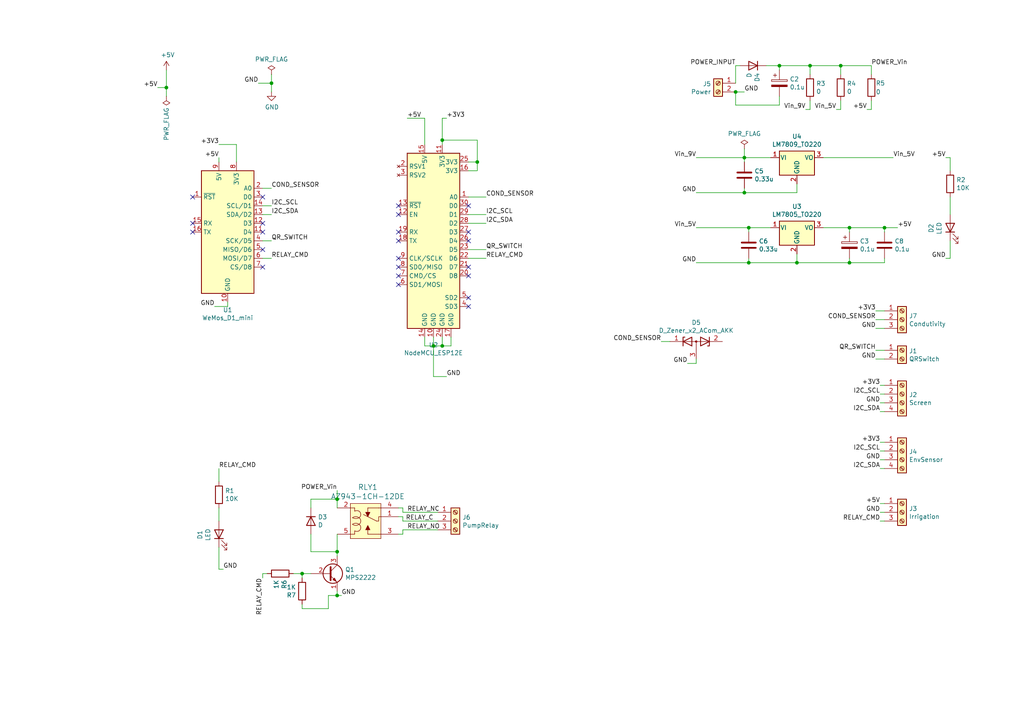
<source format=kicad_sch>
(kicad_sch (version 20211123) (generator eeschema)
  (paper "A4")
  (title_block (title "Hidroponic Controller") (date "2021-06-10") (rev "v0.3") (company "by Luis Pereira"))
  (lib_symbols
    (symbol "Connector:Screw_Terminal_01x02" (pin_names (offset 1.016) hide)
      (property "Reference" "J" (at 0 2.54 0))
      (property "Value" "Screw_Terminal_01x02" (at 0 -5.08 0))
      (symbol "Screw_Terminal_01x02_1_1"
        (rectangle (start -1.27 1.27) (end 1.27 -3.81) (stroke (width 0.254)) (fill (type background)))
        (circle (center 0 -2.54) (radius 0.635) (stroke (width 0.1524)))
        (polyline (pts (xy -0.5334 -2.2098) (xy 0.3302 -3.048)) (stroke (width 0.1524)))
        (polyline (pts (xy -0.5334 0.3302) (xy 0.3302 -0.508)) (stroke (width 0.1524)))
        (polyline (pts (xy -0.3556 -2.032) (xy 0.508 -2.8702)) (stroke (width 0.1524)))
        (polyline (pts (xy -0.3556 0.508) (xy 0.508 -0.3302)) (stroke (width 0.1524)))
        (circle (center 0 0) (radius 0.635) (stroke (width 0.1524)))
        (pin passive line (at -5.08 0 0) (length 3.81) (name "Pin_1") (number "1"))
        (pin passive line (at -5.08 -2.54 0) (length 3.81) (name "Pin_2") (number "2"))
      )
    )
    (symbol "Connector:Screw_Terminal_01x03" (pin_names (offset 1.016) hide)
      (property "Reference" "J" (at 0 5.08 0))
      (property "Value" "Screw_Terminal_01x03" (at 0 -5.08 0))
      (symbol "Screw_Terminal_01x03_1_1"
        (rectangle (start -1.27 3.81) (end 1.27 -3.81) (stroke (width 0.254)) (fill (type background)))
        (circle (center 0 -2.54) (radius 0.635) (stroke (width 0.1524)))
        (polyline (pts (xy -0.5334 -2.2098) (xy 0.3302 -3.048)) (stroke (width 0.1524)))
        (polyline (pts (xy -0.5334 0.3302) (xy 0.3302 -0.508)) (stroke (width 0.1524)))
        (polyline (pts (xy -0.5334 2.8702) (xy 0.3302 2.032)) (stroke (width 0.1524)))
        (polyline (pts (xy -0.3556 -2.032) (xy 0.508 -2.8702)) (stroke (width 0.1524)))
        (polyline (pts (xy -0.3556 0.508) (xy 0.508 -0.3302)) (stroke (width 0.1524)))
        (polyline (pts (xy -0.3556 3.048) (xy 0.508 2.2098)) (stroke (width 0.1524)))
        (circle (center 0 0) (radius 0.635) (stroke (width 0.1524)))
        (circle (center 0 2.54) (radius 0.635) (stroke (width 0.1524)))
        (pin passive line (at -5.08 2.54 0) (length 3.81) (name "Pin_1") (number "1"))
        (pin passive line (at -5.08 0 0) (length 3.81) (name "Pin_2") (number "2"))
        (pin passive line (at -5.08 -2.54 0) (length 3.81) (name "Pin_3") (number "3"))
      )
    )
    (symbol "Connector:Screw_Terminal_01x04" (pin_names (offset 1.016) hide)
      (property "Reference" "J" (at 0 5.08 0))
      (property "Value" "Screw_Terminal_01x04" (at 0 -7.62 0))
      (symbol "Screw_Terminal_01x04_1_1"
        (rectangle (start -1.27 3.81) (end 1.27 -6.35) (stroke (width 0.254)) (fill (type background)))
        (circle (center 0 -5.08) (radius 0.635) (stroke (width 0.1524)))
        (circle (center 0 -2.54) (radius 0.635) (stroke (width 0.1524)))
        (polyline (pts (xy -0.5334 -4.7498) (xy 0.3302 -5.588)) (stroke (width 0.1524)))
        (polyline (pts (xy -0.5334 -2.2098) (xy 0.3302 -3.048)) (stroke (width 0.1524)))
        (polyline (pts (xy -0.5334 0.3302) (xy 0.3302 -0.508)) (stroke (width 0.1524)))
        (polyline (pts (xy -0.5334 2.8702) (xy 0.3302 2.032)) (stroke (width 0.1524)))
        (polyline (pts (xy -0.3556 -4.572) (xy 0.508 -5.4102)) (stroke (width 0.1524)))
        (polyline (pts (xy -0.3556 -2.032) (xy 0.508 -2.8702)) (stroke (width 0.1524)))
        (polyline (pts (xy -0.3556 0.508) (xy 0.508 -0.3302)) (stroke (width 0.1524)))
        (polyline (pts (xy -0.3556 3.048) (xy 0.508 2.2098)) (stroke (width 0.1524)))
        (circle (center 0 0) (radius 0.635) (stroke (width 0.1524)))
        (circle (center 0 2.54) (radius 0.635) (stroke (width 0.1524)))
        (pin passive line (at -5.08 2.54 0) (length 3.81) (name "Pin_1") (number "1"))
        (pin passive line (at -5.08 0 0) (length 3.81) (name "Pin_2") (number "2"))
        (pin passive line (at -5.08 -2.54 0) (length 3.81) (name "Pin_3") (number "3"))
        (pin passive line (at -5.08 -5.08 0) (length 3.81) (name "Pin_4") (number "4"))
      )
    )
    (symbol "Device:C" (pin_numbers hide) (pin_names (offset 0.254))
      (property "Reference" "C" (at 0.635 2.54 0))
      (property "Value" "C" (at 0.635 -2.54 0))
      (symbol "C_0_1"
        (polyline (pts (xy -2.032 -0.762) (xy 2.032 -0.762)) (stroke (width 0.508)))
        (polyline (pts (xy -2.032 0.762) (xy 2.032 0.762)) (stroke (width 0.508)))
      )
      (symbol "C_1_1"
        (pin passive line (at 0 3.81 270) (length 2.794) (name "~") (number "1"))
        (pin passive line (at 0 -3.81 90) (length 2.794) (name "~") (number "2"))
      )
    )
    (symbol "Device:D" (pin_numbers hide) (pin_names (offset 1.016) hide)
      (property "Reference" "D" (at 0 2.54 0))
      (property "Value" "D" (at 0 -2.54 0))
      (symbol "D_0_1"
        (polyline (pts (xy -1.27 1.27) (xy -1.27 -1.27)) (stroke (width 0.254)))
        (polyline (pts (xy 1.27 0) (xy -1.27 0)))
        (polyline (pts (xy 1.27 1.27) (xy 1.27 -1.27) (xy -1.27 0) (xy 1.27 1.27)) (stroke (width 0.254)))
      )
      (symbol "D_1_1"
        (pin passive line (at -3.81 0 0) (length 2.54) (name "K") (number "1"))
        (pin passive line (at 3.81 0 180) (length 2.54) (name "A") (number "2"))
      )
    )
    (symbol "Device:LED" (pin_numbers hide) (pin_names (offset 1.016) hide)
      (property "Reference" "D" (at 0 2.54 0))
      (property "Value" "LED" (at 0 -2.54 0))
      (symbol "LED_0_1"
        (polyline (pts (xy -1.27 -1.27) (xy -1.27 1.27)) (stroke (width 0.254)))
        (polyline (pts (xy -1.27 0) (xy 1.27 0)))
        (polyline (pts (xy 1.27 -1.27) (xy 1.27 1.27) (xy -1.27 0) (xy 1.27 -1.27)) (stroke (width 0.254)))
        (polyline (pts (xy -3.048 -0.762) (xy -4.572 -2.286) (xy -3.81 -2.286) (xy -4.572 -2.286) (xy -4.572 -1.524)))
        (polyline (pts (xy -1.778 -0.762) (xy -3.302 -2.286) (xy -2.54 -2.286) (xy -3.302 -2.286) (xy -3.302 -1.524)))
      )
      (symbol "LED_1_1"
        (pin passive line (at -3.81 0 0) (length 2.54) (name "K") (number "1"))
        (pin passive line (at 3.81 0 180) (length 2.54) (name "A") (number "2"))
      )
    )
    (symbol "Device:Q_NPN_EBC" (pin_names (offset 0) hide)
      (property "Reference" "Q" (at 5.08 1.27 0))
      (property "Value" "Q_NPN_EBC" (at 5.08 -1.27 0))
      (symbol "Q_NPN_EBC_0_1"
        (polyline (pts (xy 0.635 0.635) (xy 2.54 2.54)))
        (polyline (pts (xy 0.635 -0.635) (xy 2.54 -2.54) (xy 2.54 -2.54)))
        (polyline (pts (xy 0.635 1.905) (xy 0.635 -1.905) (xy 0.635 -1.905)) (stroke (width 0.508)))
        (polyline (pts (xy 1.27 -1.778) (xy 1.778 -1.27) (xy 2.286 -2.286) (xy 1.27 -1.778) (xy 1.27 -1.778)) (fill (type outline)))
        (circle (center 1.27 0) (radius 2.8194) (stroke (width 0.254)))
      )
      (symbol "Q_NPN_EBC_1_1"
        (pin passive line (at 2.54 -5.08 90) (length 2.54) (name "E") (number "1"))
        (pin passive line (at -5.08 0 0) (length 5.715) (name "B") (number "2"))
        (pin passive line (at 2.54 5.08 270) (length 2.54) (name "C") (number "3"))
      )
    )
    (symbol "Device:R" (pin_numbers hide) (pin_names (offset 0))
      (property "Reference" "R" (at 2.032 0 90))
      (property "Value" "R" (at 0 0 90))
      (symbol "R_0_1"
        (rectangle (start -1.016 -2.54) (end 1.016 2.54) (stroke (width 0.254)))
      )
      (symbol "R_1_1"
        (pin passive line (at 0 3.81 270) (length 1.27) (name "~") (number "1"))
        (pin passive line (at 0 -3.81 90) (length 1.27) (name "~") (number "2"))
      )
    )
    (symbol "LCP_MCU_Module:NodeMCU_ESP12E"
      (property "Reference" "U" (at -1.27 16.51 0))
      (property "Value" "NodeMCU_ESP12E" (at 6.35 -26.67 0))
      (symbol "NodeMCU_ESP12E_1_1"
        (rectangle (start -7.62 25.4) (end 7.62 -25.4) (stroke (width 0.254)) (fill (type background)))
        (pin input line (at 10.16 12.7 180) (length 2.54) (name "A0") (number "1"))
        (pin power_in line (at 0 -27.94 90) (length 2.54) (name "GND") (number "10"))
        (pin power_out line (at 2.54 27.94 270) (length 2.54) (name "3V3") (number "11"))
        (pin input line (at -10.16 7.62 0) (length 2.54) (name "EN") (number "12"))
        (pin input line (at -10.16 10.16 0) (length 2.54) (name "~{RST}") (number "13"))
        (pin power_out line (at -2.54 -27.94 90) (length 2.54) (name "GND") (number "14"))
        (pin power_in line (at -2.54 27.94 270) (length 2.54) (name "5V") (number "15"))
        (pin power_out line (at 10.16 20.32 180) (length 2.54) (name "3V3") (number "16"))
        (pin power_out line (at 5.08 -27.94 90) (length 2.54) (name "GND") (number "17"))
        (pin output line (at -10.16 0 0) (length 2.54) (name "TX") (number "18"))
        (pin input line (at -10.16 2.54 0) (length 2.54) (name "RX") (number "19"))
        (pin no_connect line (at -10.16 21.59 0) (length 2.54) (name "RSV1") (number "2"))
        (pin bidirectional line (at 10.16 -10.16 180) (length 2.54) (name "D8") (number "20"))
        (pin bidirectional line (at 10.16 -7.62 180) (length 2.54) (name "D7") (number "21"))
        (pin bidirectional line (at 10.16 -5.08 180) (length 2.54) (name "D6") (number "22"))
        (pin bidirectional line (at 10.16 -2.54 180) (length 2.54) (name "D5") (number "23"))
        (pin power_out line (at 2.54 -27.94 90) (length 2.54) (name "GND") (number "24"))
        (pin power_out line (at 10.16 22.86 180) (length 2.54) (name "3V3") (number "25"))
        (pin bidirectional line (at 10.16 0 180) (length 2.54) (name "D4") (number "26"))
        (pin bidirectional line (at 10.16 2.54 180) (length 2.54) (name "D3") (number "27"))
        (pin bidirectional line (at 10.16 5.08 180) (length 2.54) (name "D2") (number "28"))
        (pin bidirectional line (at 10.16 7.62 180) (length 2.54) (name "D1") (number "29"))
        (pin no_connect line (at -10.16 19.05 0) (length 2.54) (name "RSV2") (number "3"))
        (pin bidirectional line (at 10.16 10.16 180) (length 2.54) (name "D0") (number "30"))
        (pin bidirectional line (at 10.16 -19.05 180) (length 2.54) (name "SD3") (number "4"))
        (pin bidirectional line (at 10.16 -16.51 180) (length 2.54) (name "SD2") (number "5"))
        (pin bidirectional line (at -10.16 -12.7 0) (length 2.54) (name "SD1/MOSI") (number "6"))
        (pin bidirectional line (at -10.16 -10.16 0) (length 2.54) (name "CMD/CS") (number "7"))
        (pin bidirectional line (at -10.16 -7.62 0) (length 2.54) (name "SD0/MISO") (number "8"))
        (pin bidirectional line (at -10.16 -5.08 0) (length 2.54) (name "CLK/SCLK") (number "9"))
      )
    )
    (symbol "MCU_Module:WeMos_D1_mini"
      (property "Reference" "U" (at 3.81 19.05 0))
      (property "Value" "WeMos_D1_mini" (at 1.27 -19.05 0))
      (symbol "WeMos_D1_mini_1_1"
        (rectangle (start -7.62 17.78) (end 7.62 -17.78) (stroke (width 0.254)) (fill (type background)))
        (pin input line (at -10.16 10.16 0) (length 2.54) (name "~{RST}") (number "1"))
        (pin power_in line (at 0 -20.32 90) (length 2.54) (name "GND") (number "10"))
        (pin bidirectional line (at 10.16 0 180) (length 2.54) (name "D4") (number "11"))
        (pin bidirectional line (at 10.16 2.54 180) (length 2.54) (name "D3") (number "12"))
        (pin bidirectional line (at 10.16 5.08 180) (length 2.54) (name "SDA/D2") (number "13"))
        (pin bidirectional line (at 10.16 7.62 180) (length 2.54) (name "SCL/D1") (number "14"))
        (pin input line (at -10.16 2.54 0) (length 2.54) (name "RX") (number "15"))
        (pin output line (at -10.16 0 0) (length 2.54) (name "TX") (number "16"))
        (pin input line (at 10.16 12.7 180) (length 2.54) (name "A0") (number "2"))
        (pin bidirectional line (at 10.16 10.16 180) (length 2.54) (name "D0") (number "3"))
        (pin bidirectional line (at 10.16 -2.54 180) (length 2.54) (name "SCK/D5") (number "4"))
        (pin bidirectional line (at 10.16 -5.08 180) (length 2.54) (name "MISO/D6") (number "5"))
        (pin bidirectional line (at 10.16 -7.62 180) (length 2.54) (name "MOSI/D7") (number "6"))
        (pin bidirectional line (at 10.16 -10.16 180) (length 2.54) (name "CS/D8") (number "7"))
        (pin power_out line (at 2.54 20.32 270) (length 2.54) (name "3V3") (number "8"))
        (pin power_in line (at -2.54 20.32 270) (length 2.54) (name "5V") (number "9"))
      )
    )
    (symbol "Regulator_Linear:LM7805_TO220" (pin_names (offset 0.254))
      (property "Reference" "U" (at -3.81 3.175 0))
      (property "Value" "LM7805_TO220" (at 0 3.175 0))
      (symbol "LM7805_TO220_0_1"
        (rectangle (start -5.08 1.905) (end 5.08 -5.08) (stroke (width 0.254)) (fill (type background)))
      )
      (symbol "LM7805_TO220_1_1"
        (pin power_in line (at -7.62 0 0) (length 2.54) (name "VI") (number "1"))
        (pin power_in line (at 0 -7.62 90) (length 2.54) (name "GND") (number "2"))
        (pin power_out line (at 7.62 0 180) (length 2.54) (name "VO") (number "3"))
      )
    )
    (symbol "Regulator_Linear:LM7809_TO220" (pin_names (offset 0.254))
      (property "Reference" "U" (at -3.81 3.175 0))
      (property "Value" "LM7809_TO220" (at 0 3.175 0))
      (symbol "LM7809_TO220_0_1"
        (rectangle (start -5.08 1.905) (end 5.08 -5.08) (stroke (width 0.254)) (fill (type background)))
      )
      (symbol "LM7809_TO220_1_1"
        (pin power_in line (at -7.62 0 0) (length 2.54) (name "VI") (number "1"))
        (pin power_in line (at 0 -7.62 90) (length 2.54) (name "GND") (number "2"))
        (pin power_out line (at 7.62 0 180) (length 2.54) (name "VO") (number "3"))
      )
    )
    (symbol "controller_v0_3-rescue:CP-Device" (pin_numbers hide) (pin_names (offset 0.254))
      (property "Reference" "C" (at 0.635 2.54 0))
      (property "Value" "CP-Device" (at 0.635 -2.54 0))
      (symbol "CP-Device_0_1"
        (rectangle (start -2.286 0.508) (end 2.286 1.016))
        (polyline (pts (xy -1.778 2.286) (xy -0.762 2.286)))
        (polyline (pts (xy -1.27 2.794) (xy -1.27 1.778)))
        (rectangle (start 2.286 -0.508) (end -2.286 -1.016) (fill (type outline)))
      )
      (symbol "CP-Device_1_1"
        (pin passive line (at 0 3.81 270) (length 2.794) (name "~") (number "1"))
        (pin passive line (at 0 -3.81 90) (length 2.794) (name "~") (number "2"))
      )
    )
    (symbol "controller_v0_3-rescue:D_Zener_x2_ACom_KKA-Device" (pin_names (offset 0.762) hide)
      (property "Reference" "D" (at 1.27 -2.54 0))
      (property "Value" "D_Zener_x2_ACom_KKA-Device" (at 0 2.54 0))
      (symbol "D_Zener_x2_ACom_KKA-Device_0_1"
        (polyline (pts (xy -3.556 0) (xy 3.81 0)))
        (polyline (pts (xy 0 0) (xy 0 -2.54)))
        (polyline (pts (xy -3.81 -1.27) (xy -3.81 1.27) (xy -3.302 1.27)) (stroke (width 0.254)))
        (polyline (pts (xy 3.302 -1.27) (xy 3.81 -1.27) (xy 3.81 1.27)) (stroke (width 0.254)))
        (polyline (pts (xy -1.27 -1.27) (xy -3.81 0) (xy -1.27 1.27) (xy -1.27 -1.27) (xy -1.27 -1.27) (xy -1.27 -1.27)) (stroke (width 0.254)))
        (polyline (pts (xy 1.27 1.27) (xy 3.81 0) (xy 1.27 -1.27) (xy 1.27 1.27) (xy 1.27 1.27) (xy 1.27 1.27)) (stroke (width 0.254)))
        (circle (center 0 0) (radius 0.254) (fill (type outline)))
        (pin passive line (at -7.62 0 0) (length 3.81) (name "K") (number "1"))
        (pin passive line (at 7.62 0 180) (length 3.81) (name "K") (number "2"))
        (pin passive line (at 0 -5.08 90) (length 2.54) (name "A") (number "3"))
      )
    )
    (symbol "controller_v0_3-rescue:JSM1-12V-5-dk_Automotive-Relays" (pin_names (offset 0.0254) hide)
      (property "Reference" "RLY" (at -3.81 5.08 0))
      (property "Value" "JSM1-12V-5-dk_Automotive-Relays" (at 1.27 -8.89 0))
      (symbol "JSM1-12V-5-dk_Automotive-Relays_0_1"
        (rectangle (start -3.81 3.81) (end 5.08 -6.35) (fill (type background)))
        (arc (start -3.175 -2.2098) (mid -2.2251 -2.5197) (end -1.27 -2.2098))
        (arc (start -3.175 -0.3048) (mid -2.2212 -0.5353) (end -1.27 -0.3048))
        (arc (start -2.54 -4.1148) (mid -1.905 -4.2647) (end -1.27 -4.1148))
        (arc (start -1.27 -4.1148) (mid -0.7708 -3.168) (end -1.27 -2.2098))
        (arc (start -1.27 -2.2098) (mid -2.2199 -1.8999) (end -3.175 -2.2098))
        (arc (start -1.27 -2.2098) (mid -0.7708 -1.263) (end -1.27 -0.3048))
        (arc (start -1.27 -0.3048) (mid -2.2199 0.0051) (end -3.175 -0.3048))
        (arc (start -1.27 -0.3048) (mid -0.7708 0.642) (end -1.27 1.6002))
        (arc (start -1.27 1.6002) (mid -1.905 1.7501) (end -2.54 1.6002))
        (polyline (pts (xy -2.54 -5.0546) (xy -2.54 -4.1148)))
        (polyline (pts (xy -2.54 1.6002) (xy -2.54 2.54)))
        (polyline (pts (xy 1.27 -5.08) (xy 4.445 -5.08)))
        (polyline (pts (xy 3.81 -1.27) (xy 0 0.635)))
        (polyline (pts (xy 4.445 2.54) (xy 1.27 2.54)))
        (polyline (pts (xy 5.08 -5.08) (xy 4.445 -5.08)))
        (polyline (pts (xy 5.08 0) (xy 4.445 0)))
        (polyline (pts (xy 5.08 2.54) (xy 4.445 2.54)))
        (polyline (pts (xy 4.445 0) (xy 4.445 -1.27) (xy 3.81 -1.27)))
        (polyline (pts (xy 1.27 -5.08) (xy 1.27 -3.81) (xy 0.635 -3.81) (xy 1.27 -2.54) (xy 1.905 -3.81) (xy 1.27 -3.81)) (fill (type outline)))
        (polyline (pts (xy 1.27 2.54) (xy 1.27 1.27) (xy 0.635 1.27) (xy 1.27 0) (xy 1.905 1.27) (xy 1.27 1.27)) (fill (type outline)))
      )
      (symbol "JSM1-12V-5-dk_Automotive-Relays_1_1"
        (pin passive line (at 10.16 0 180) (length 5.08) (name "COM") (number "1"))
        (pin input line (at -7.62 2.54 0) (length 5.08) (name "~") (number "2"))
        (pin passive line (at 10.16 -5.08 180) (length 5.08) (name "NO") (number "3"))
        (pin passive line (at 10.16 2.54 180) (length 5.08) (name "NC") (number "4"))
        (pin input line (at -7.62 -5.08 0) (length 5.08) (name "~") (number "5"))
      )
    )
    (symbol "power:+5V" (power) (pin_names (offset 0))
      (property "Value" "+5V" (at 0 3.556 0))
      (symbol "+5V_0_1"
        (polyline (pts (xy -0.762 1.27) (xy 0 2.54)))
        (polyline (pts (xy 0 0) (xy 0 2.54)))
        (polyline (pts (xy 0 2.54) (xy 0.762 1.27)))
      )
      (symbol "+5V_1_1"
        (pin power_in line (at 0 0 90) (length 0) hide (name "+5V") (number "1"))
      )
    )
    (symbol "power:GND" (power) (pin_names (offset 0))
      (property "Value" "GND" (at 0 -3.81 0))
      (symbol "GND_0_1"
        (polyline (pts (xy 0 0) (xy 0 -1.27) (xy 1.27 -1.27) (xy 0 -2.54) (xy -1.27 -1.27) (xy 0 -1.27)))
      )
      (symbol "GND_1_1"
        (pin power_in line (at 0 0 270) (length 0) hide (name "GND") (number "1"))
      )
    )
    (symbol "power:PWR_FLAG" (power) (pin_numbers hide) (pin_names (offset 0) hide)
      (property "Value" "PWR_FLAG" (at 0 3.81 0))
      (symbol "PWR_FLAG_0_0"
        (pin power_out line (at 0 0 90) (length 0) (name "pwr") (number "1"))
      )
      (symbol "PWR_FLAG_0_1"
        (polyline (pts (xy 0 0) (xy 0 1.27) (xy -1.016 1.905) (xy 0 2.54) (xy 1.016 1.905) (xy 0 1.27)))
      )
    )
  )
  (junction (at 138.43 46.99))
  (junction (at 125.73 100.33))
  (junction (at 97.79 160.02))
  (junction (at 215.9 45.72))
  (junction (at 231.14 76.2))
  (junction (at 226.06 19.05))
  (junction (at 246.38 66.04))
  (junction (at 215.9 55.88))
  (junction (at 246.38 76.2))
  (junction (at 87.63 166.37))
  (junction (at 128.27 40.64))
  (junction (at 256.54 66.04))
  (junction (at 213.36 26.67))
  (junction (at 217.17 76.2))
  (junction (at 97.79 172.72))
  (junction (at 243.84 19.05))
  (junction (at 48.26 25.4))
  (junction (at 234.95 19.05))
  (junction (at 78.74 24.13))
  (junction (at 97.79 144.78))
  (junction (at 128.27 100.33))
  (junction (at 217.17 66.04))
  (no_connect (at 55.88 57.15))
  (no_connect (at 115.57 74.93))
  (no_connect (at 115.57 80.01))
  (no_connect (at 55.88 67.31))
  (no_connect (at 135.89 67.31))
  (no_connect (at 135.89 77.47))
  (no_connect (at 76.2 72.39))
  (no_connect (at 135.89 88.9))
  (no_connect (at 115.57 59.69))
  (no_connect (at 76.2 64.77))
  (no_connect (at 76.2 67.31))
  (no_connect (at 135.89 80.01))
  (no_connect (at 115.57 67.31))
  (no_connect (at 115.57 82.55))
  (no_connect (at 115.57 77.47))
  (no_connect (at 115.57 62.23))
  (no_connect (at 135.89 86.36))
  (no_connect (at 135.89 69.85))
  (no_connect (at 55.88 64.77))
  (no_connect (at 115.57 69.85))
  (no_connect (at 135.89 59.69))
  (no_connect (at 76.2 77.47))
  (no_connect (at 76.2 57.15))
  (wire (pts (xy 275.59 74.93) (xy 274.32 74.93)))
  (wire (pts (xy 275.59 69.85) (xy 275.59 74.93)))
  (wire (pts (xy 256.54 74.93) (xy 256.54 76.2)))
  (wire (pts (xy 275.59 45.72) (xy 275.59 49.53)))
  (wire (pts (xy 255.27 128.27) (xy 256.54 128.27)))
  (wire (pts (xy 226.06 30.48) (xy 213.36 30.48)))
  (wire (pts (xy 125.73 100.33) (xy 125.73 109.22)))
  (wire (pts (xy 201.93 55.88) (xy 215.9 55.88)))
  (wire (pts (xy 128.27 34.29) (xy 129.54 34.29)))
  (wire (pts (xy 135.89 49.53) (xy 138.43 49.53)))
  (wire (pts (xy 213.36 30.48) (xy 213.36 26.67)))
  (wire (pts (xy 222.25 19.05) (xy 226.06 19.05)))
  (wire (pts (xy 213.36 19.05) (xy 214.63 19.05)))
  (wire (pts (xy 215.9 54.61) (xy 215.9 55.88)))
  (wire (pts (xy 135.89 46.99) (xy 138.43 46.99)))
  (wire (pts (xy 76.2 69.85) (xy 78.74 69.85)))
  (wire (pts (xy 217.17 74.93) (xy 217.17 76.2)))
  (wire (pts (xy 76.2 59.69) (xy 78.74 59.69)))
  (wire (pts (xy 201.93 45.72) (xy 215.9 45.72)))
  (wire (pts (xy 255.27 146.05) (xy 256.54 146.05)))
  (wire (pts (xy 246.38 66.04) (xy 246.38 67.31)))
  (wire (pts (xy 77.47 166.37) (xy 76.2 166.37)))
  (wire (pts (xy 256.54 119.38) (xy 255.27 119.38)))
  (wire (pts (xy 217.17 67.31) (xy 217.17 66.04)))
  (wire (pts (xy 256.54 101.6) (xy 254 101.6)))
  (wire (pts (xy 138.43 49.53) (xy 138.43 46.99)))
  (wire (pts (xy 116.84 153.67) (xy 127 153.67)))
  (wire (pts (xy 116.84 147.32) (xy 116.84 148.59)))
  (wire (pts (xy 256.54 133.35) (xy 255.27 133.35)))
  (wire (pts (xy 274.32 45.72) (xy 275.59 45.72)))
  (wire (pts (xy 213.36 26.67) (xy 215.9 26.67)))
  (wire (pts (xy 97.79 154.94) (xy 97.79 160.02)))
  (wire (pts (xy 63.5 158.75) (xy 63.5 165.1)))
  (wire (pts (xy 116.84 154.94) (xy 116.84 153.67)))
  (wire (pts (xy 123.19 34.29) (xy 123.19 41.91)))
  (wire (pts (xy 254 92.71) (xy 256.54 92.71)))
  (wire (pts (xy 135.89 64.77) (xy 140.97 64.77)))
  (wire (pts (xy 95.25 172.72) (xy 97.79 172.72)))
  (wire (pts (xy 135.89 62.23) (xy 140.97 62.23)))
  (wire (pts (xy 217.17 76.2) (xy 231.14 76.2)))
  (wire (pts (xy 87.63 175.26) (xy 87.63 176.53)))
  (wire (pts (xy 97.79 160.02) (xy 97.79 161.29)))
  (wire (pts (xy 255.27 114.3) (xy 256.54 114.3)))
  (wire (pts (xy 116.84 149.86) (xy 116.84 151.13)))
  (wire (pts (xy 135.89 74.93) (xy 140.97 74.93)))
  (wire (pts (xy 123.19 100.33) (xy 125.73 100.33)))
  (wire (pts (xy 201.93 66.04) (xy 217.17 66.04)))
  (wire (pts (xy 246.38 74.93) (xy 246.38 76.2)))
  (wire (pts (xy 256.54 116.84) (xy 255.27 116.84)))
  (wire (pts (xy 256.54 76.2) (xy 246.38 76.2)))
  (wire (pts (xy 63.5 165.1) (xy 64.77 165.1)))
  (wire (pts (xy 243.84 21.59) (xy 243.84 19.05)))
  (wire (pts (xy 254 104.14) (xy 256.54 104.14)))
  (wire (pts (xy 128.27 40.64) (xy 138.43 40.64)))
  (wire (pts (xy 76.2 74.93) (xy 78.74 74.93)))
  (wire (pts (xy 138.43 40.64) (xy 138.43 46.99)))
  (wire (pts (xy 97.79 147.32) (xy 97.79 144.78)))
  (wire (pts (xy 231.14 53.34) (xy 231.14 55.88)))
  (wire (pts (xy 260.35 66.04) (xy 256.54 66.04)))
  (wire (pts (xy 45.72 25.4) (xy 48.26 25.4)))
  (wire (pts (xy 135.89 57.15) (xy 140.97 57.15)))
  (wire (pts (xy 130.81 100.33) (xy 128.27 100.33)))
  (wire (pts (xy 87.63 166.37) (xy 90.17 166.37)))
  (wire (pts (xy 63.5 151.13) (xy 63.5 147.32)))
  (wire (pts (xy 87.63 176.53) (xy 95.25 176.53)))
  (wire (pts (xy 90.17 154.94) (xy 90.17 160.02)))
  (wire (pts (xy 78.74 24.13) (xy 78.74 26.67)))
  (wire (pts (xy 238.76 45.72) (xy 259.08 45.72)))
  (wire (pts (xy 215.9 55.88) (xy 231.14 55.88)))
  (wire (pts (xy 95.25 176.53) (xy 95.25 172.72)))
  (wire (pts (xy 97.79 171.45) (xy 97.79 172.72)))
  (wire (pts (xy 201.93 105.41) (xy 201.93 104.14)))
  (wire (pts (xy 252.73 29.21) (xy 252.73 31.75)))
  (wire (pts (xy 115.57 154.94) (xy 116.84 154.94)))
  (wire (pts (xy 97.79 172.72) (xy 99.06 172.72)))
  (wire (pts (xy 243.84 19.05) (xy 234.95 19.05)))
  (wire (pts (xy 115.57 147.32) (xy 116.84 147.32)))
  (wire (pts (xy 243.84 29.21) (xy 243.84 31.75)))
  (wire (pts (xy 234.95 29.21) (xy 234.95 31.75)))
  (wire (pts (xy 128.27 97.79) (xy 128.27 100.33)))
  (wire (pts (xy 128.27 40.64) (xy 128.27 41.91)))
  (wire (pts (xy 246.38 76.2) (xy 231.14 76.2)))
  (wire (pts (xy 231.14 73.66) (xy 231.14 76.2)))
  (wire (pts (xy 116.84 148.59) (xy 127 148.59)))
  (wire (pts (xy 62.23 88.9) (xy 66.04 88.9)))
  (wire (pts (xy 243.84 31.75) (xy 242.57 31.75)))
  (wire (pts (xy 256.54 148.59) (xy 255.27 148.59)))
  (wire (pts (xy 123.19 97.79) (xy 123.19 100.33)))
  (wire (pts (xy 215.9 46.99) (xy 215.9 45.72)))
  (wire (pts (xy 226.06 27.94) (xy 226.06 30.48)))
  (wire (pts (xy 234.95 31.75) (xy 233.68 31.75)))
  (wire (pts (xy 48.26 20.32) (xy 48.26 25.4)))
  (wire (pts (xy 87.63 167.64) (xy 87.63 166.37)))
  (wire (pts (xy 199.39 105.41) (xy 201.93 105.41)))
  (wire (pts (xy 63.5 45.72) (xy 63.5 46.99)))
  (wire (pts (xy 226.06 19.05) (xy 234.95 19.05)))
  (wire (pts (xy 68.58 41.91) (xy 68.58 46.99)))
  (wire (pts (xy 63.5 41.91) (xy 68.58 41.91)))
  (wire (pts (xy 85.09 166.37) (xy 87.63 166.37)))
  (wire (pts (xy 256.54 135.89) (xy 255.27 135.89)))
  (wire (pts (xy 256.54 66.04) (xy 246.38 66.04)))
  (wire (pts (xy 252.73 19.05) (xy 243.84 19.05)))
  (wire (pts (xy 201.93 76.2) (xy 217.17 76.2)))
  (wire (pts (xy 254 95.25) (xy 256.54 95.25)))
  (wire (pts (xy 116.84 151.13) (xy 127 151.13)))
  (wire (pts (xy 275.59 57.15) (xy 275.59 62.23)))
  (wire (pts (xy 215.9 43.18) (xy 215.9 45.72)))
  (wire (pts (xy 78.74 21.59) (xy 78.74 24.13)))
  (wire (pts (xy 90.17 144.78) (xy 97.79 144.78)))
  (wire (pts (xy 76.2 62.23) (xy 78.74 62.23)))
  (wire (pts (xy 234.95 19.05) (xy 234.95 21.59)))
  (wire (pts (xy 66.04 87.63) (xy 66.04 88.9)))
  (wire (pts (xy 238.76 66.04) (xy 246.38 66.04)))
  (wire (pts (xy 115.57 149.86) (xy 116.84 149.86)))
  (wire (pts (xy 125.73 109.22) (xy 129.54 109.22)))
  (wire (pts (xy 76.2 54.61) (xy 78.74 54.61)))
  (wire (pts (xy 128.27 100.33) (xy 125.73 100.33)))
  (wire (pts (xy 130.81 97.79) (xy 130.81 100.33)))
  (wire (pts (xy 123.19 34.29) (xy 118.11 34.29)))
  (wire (pts (xy 90.17 160.02) (xy 97.79 160.02)))
  (wire (pts (xy 213.36 24.13) (xy 213.36 19.05)))
  (wire (pts (xy 128.27 34.29) (xy 128.27 40.64)))
  (wire (pts (xy 256.54 151.13) (xy 255.27 151.13)))
  (wire (pts (xy 217.17 66.04) (xy 223.52 66.04)))
  (wire (pts (xy 256.54 67.31) (xy 256.54 66.04)))
  (wire (pts (xy 76.2 166.37) (xy 76.2 167.64)))
  (wire (pts (xy 252.73 31.75) (xy 251.46 31.75)))
  (wire (pts (xy 226.06 20.32) (xy 226.06 19.05)))
  (wire (pts (xy 255.27 111.76) (xy 256.54 111.76)))
  (wire (pts (xy 63.5 135.89) (xy 63.5 139.7)))
  (wire (pts (xy 48.26 25.4) (xy 48.26 27.94)))
  (wire (pts (xy 135.89 72.39) (xy 140.97 72.39)))
  (wire (pts (xy 125.73 97.79) (xy 125.73 100.33)))
  (wire (pts (xy 90.17 147.32) (xy 90.17 144.78)))
  (wire (pts (xy 191.77 99.06) (xy 194.31 99.06)))
  (wire (pts (xy 97.79 144.78) (xy 97.79 142.24)))
  (wire (pts (xy 252.73 21.59) (xy 252.73 19.05)))
  (wire (pts (xy 215.9 45.72) (xy 223.52 45.72)))
  (wire (pts (xy 254 90.17) (xy 256.54 90.17)))
  (wire (pts (xy 256.54 130.81) (xy 255.27 130.81)))
  (wire (pts (xy 74.93 24.13) (xy 78.74 24.13)))
  (label "I2C_SCL" (at 78.74 59.69 0))
  (label "+3V3" (at 63.5 41.91 180))
  (label "GND" (at 199.39 105.41 180))
  (label "GND" (at 129.54 109.22 0))
  (label "RELAY_CMD" (at 140.97 74.93 0))
  (label "GND" (at 64.77 165.1 0))
  (label "GND" (at 255.27 148.59 180))
  (label "Vin_9V" (at 233.68 31.75 180))
  (label "+5V" (at 260.35 66.04 0))
  (label "COND_SENSOR" (at 191.77 99.06 180))
  (label "GND" (at 255.27 133.35 180))
  (label "+5V" (at 63.5 45.72 180))
  (label "GND" (at 74.93 24.13 180))
  (label "GND" (at 215.9 26.67 0))
  (label "I2C_SDA" (at 255.27 119.38 180))
  (label "I2C_SCL" (at 255.27 114.3 180))
  (label "+5V" (at 251.46 31.75 180))
  (label "+3V3" (at 129.54 34.29 0))
  (label "+5V" (at 118.11 34.29 0))
  (label "GND" (at 255.27 116.84 180))
  (label "COND_SENSOR" (at 78.74 54.61 0))
  (label "POWER_INPUT" (at 213.36 19.05 180))
  (label "Vin_9V" (at 201.93 45.72 180))
  (label "+3V3" (at 254 90.17 180))
  (label "+5V" (at 45.72 25.4 180))
  (label "GND" (at 62.23 88.9 180))
  (label "POWER_Vin" (at 252.73 19.05 0))
  (label "RELAY_NO" (at 118.11 153.67 0))
  (label "RELAY_NC" (at 118.11 148.59 0))
  (label "+3V3" (at 255.27 128.27 180))
  (label "GND" (at 99.06 172.72 0))
  (label "QR_SWITCH" (at 78.74 69.85 0))
  (label "RELAY_CMD" (at 78.74 74.93 0))
  (label "+5V" (at 274.32 45.72 180))
  (label "COND_SENSOR" (at 254 92.71 180))
  (label "Vin_5V" (at 201.93 66.04 180))
  (label "QR_SWITCH" (at 140.97 72.39 0))
  (label "I2C_SDA" (at 140.97 64.77 0))
  (label "GND" (at 201.93 76.2 180))
  (label "GND" (at 254 104.14 180))
  (label "Vin_5V" (at 259.08 45.72 0))
  (label "GND" (at 274.32 74.93 180))
  (label "GND" (at 201.93 55.88 180))
  (label "COND_SENSOR" (at 140.97 57.15 0))
  (label "I2C_SCL" (at 255.27 130.81 180))
  (label "I2C_SCL" (at 140.97 62.23 0))
  (label "Vin_5V" (at 242.57 31.75 180))
  (label "GND" (at 254 95.25 180))
  (label "+5V" (at 255.27 146.05 180))
  (label "I2C_SDA" (at 78.74 62.23 0))
  (label "POWER_Vin" (at 97.79 142.24 180))
  (label "QR_SWITCH" (at 254 101.6 180))
  (label "RELAY_CMD" (at 255.27 151.13 180))
  (label "+3V3" (at 255.27 111.76 180))
  (label "RELAY_CMD" (at 76.2 167.64 270))
  (label "RELAY_CMD" (at 63.5 135.89 0))
  (label "RELAY_C" (at 125.73 151.13 180))
  (label "I2C_SDA" (at 255.27 135.89 180))
  (symbol (lib_id "MCU_Module:WeMos_D1_mini") (at 66.04 67.31 0) (unit 1)
    (property "Reference" "U1" (at 66.04 89.8906 0))
    (property "Value" "WeMos_D1_mini" (at 66.04 92.202 0))
    (property "Footprint" "Module:WEMOS_D1_mini_light" (effects hide))
    (property "Datasheet" "https://wiki.wemos.cc/products:d1:d1_mini#documentation" (effects hide))
  )
  (symbol (lib_id "Connector:Screw_Terminal_01x03") (at 261.62 148.59 0) (unit 1)
    (property "Reference" "J3" (at 263.652 147.5232 0) (effects (justify left)))
    (property "Value" "Irrigation" (at 263.652 149.8346 0) (effects (justify left)))
    (property "Footprint" "TerminalBlock:TerminalBlock_bornier-3_P5.08mm" (effects hide))
  )
  (symbol (lib_id "Connector:Screw_Terminal_01x04") (at 261.62 114.3 0) (unit 1)
    (property "Reference" "J2" (at 263.652 114.5032 0) (effects (justify left)))
    (property "Value" "Screen" (at 263.652 116.8146 0) (effects (justify left)))
    (property "Footprint" "TerminalBlock:TerminalBlock_bornier-4_P5.08mm" (effects hide))
  )
  (symbol (lib_id "Connector:Screw_Terminal_01x04") (at 261.62 130.81 0) (unit 1)
    (property "Reference" "J4" (at 263.652 131.0132 0) (effects (justify left)))
    (property "Value" "EnvSensor" (at 263.652 133.3246 0) (effects (justify left)))
    (property "Footprint" "TerminalBlock:TerminalBlock_bornier-4_P5.08mm" (effects hide))
  )
  (symbol (lib_id "Connector:Screw_Terminal_01x02") (at 261.62 101.6 0) (unit 1)
    (property "Reference" "J1" (at 263.652 101.8032 0) (effects (justify left)))
    (property "Value" "QRSwitch" (at 263.652 104.1146 0) (effects (justify left)))
    (property "Footprint" "TerminalBlock:TerminalBlock_bornier-2_P5.08mm" (effects hide))
  )
  (symbol (lib_id "LCP_MCU_Module:NodeMCU_ESP12E") (at 125.73 69.85 0) (unit 1)
    (property "Reference" "U2" (at 125.73 100.0506 0))
    (property "Value" "NodeMCU_ESP12E" (at 125.73 102.362 0))
    (property "Footprint" "LCP_Footprints:NodeMCU1.0_12-E" (effects hide))
  )
  (symbol (lib_id "Device:R") (at 63.5 143.51 0) (unit 1)
    (property "Reference" "R1" (at 65.278 142.3416 0) (effects (justify left)))
    (property "Value" "10K" (at 65.278 144.653 0) (effects (justify left)))
    (property "Footprint" "Resistor_SMD:R_0805_2012Metric" (effects hide))
  )
  (symbol (lib_id "Device:LED") (at 63.5 154.94 90) (unit 1)
    (property "Reference" "D1" (at 57.9882 155.1178 0))
    (property "Value" "LED" (at 60.2996 155.1178 0))
    (property "Footprint" "LED_THT:LED_D3.0mm" (effects hide))
  )
  (symbol (lib_id "power:+5V") (at 48.26 20.32 0) (unit 1)
    (property "Reference" "#PWR0101" (effects hide))
    (property "Value" "+5V" (at 48.641 15.9258 0))
  )
  (symbol (lib_id "power:GND") (at 78.74 26.67 0) (unit 1)
    (property "Reference" "#PWR0103" (effects hide))
    (property "Value" "GND" (at 78.867 31.0642 0))
  )
  (symbol (lib_id "power:PWR_FLAG") (at 78.74 21.59 0) (unit 1)
    (property "Reference" "#FLG0101" (effects hide))
    (property "Value" "PWR_FLAG" (at 78.74 17.1958 0))
  )
  (symbol (lib_id "power:PWR_FLAG") (at 48.26 27.94 180) (unit 1)
    (property "Reference" "#FLG0102" (effects hide))
    (property "Value" "PWR_FLAG" (at 48.26 31.1658 90) (effects (justify left)))
  )
  (symbol (lib_id "Regulator_Linear:LM7805_TO220") (at 231.14 66.04 0) (unit 1)
    (property "Reference" "U3" (at 231.14 59.8932 0))
    (property "Value" "LM7805_TO220" (at 231.14 62.2046 0))
    (property "Footprint" "Package_TO_SOT_THT:TO-220-3_Vertical" (effects hide))
    (property "Datasheet" "https://www.onsemi.cn/PowerSolutions/document/MC7800-D.PDF" (effects hide))
  )
  (symbol (lib_id "Regulator_Linear:LM7809_TO220") (at 231.14 45.72 0) (unit 1)
    (property "Reference" "U4" (at 231.14 39.5732 0))
    (property "Value" "LM7809_TO220" (at 231.14 41.8846 0))
    (property "Footprint" "Package_TO_SOT_THT:TO-220-3_Vertical" (effects hide))
    (property "Datasheet" "https://www.onsemi.cn/PowerSolutions/document/MC7800-D.PDF" (effects hide))
  )
  (symbol (lib_id "controller_v0_3-rescue:CP-Device") (at 246.38 71.12 0) (unit 1)
    (property "Reference" "C3" (at 249.3772 69.9516 0) (effects (justify left)))
    (property "Value" "0.1u" (at 249.3772 72.263 0) (effects (justify left)))
    (property "Footprint" "Capacitor_THT:CP_Radial_D5.0mm_P2.00mm" (effects hide))
  )
  (symbol (lib_id "Device:R") (at 275.59 53.34 0) (unit 1)
    (property "Reference" "R2" (at 277.368 52.1716 0) (effects (justify left)))
    (property "Value" "10K" (at 277.368 54.483 0) (effects (justify left)))
    (property "Footprint" "Resistor_SMD:R_0805_2012Metric" (effects hide))
  )
  (symbol (lib_id "Device:LED") (at 275.59 66.04 90) (unit 1)
    (property "Reference" "D2" (at 270.0782 66.2178 0))
    (property "Value" "LED" (at 272.3896 66.2178 0))
    (property "Footprint" "LED_THT:LED_D3.0mm" (effects hide))
  )
  (symbol (lib_id "Device:D") (at 218.44 19.05 180) (unit 1)
    (property "Reference" "D4" (at 219.6084 21.082 90) (effects (justify left)))
    (property "Value" "D" (at 217.297 21.082 90) (effects (justify left)))
    (property "Footprint" "Diode_THT:D_DO-41_SOD81_P7.62mm_Horizontal" (effects hide))
  )
  (symbol (lib_id "Device:C") (at 215.9 50.8 0) (unit 1)
    (property "Reference" "C5" (at 218.821 49.6316 0) (effects (justify left)))
    (property "Value" "0.33u" (at 218.821 51.943 0) (effects (justify left)))
    (property "Footprint" "Capacitor_SMD:C_0805_2012Metric" (effects hide))
  )
  (symbol (lib_id "Device:R") (at 234.95 25.4 0) (unit 1)
    (property "Reference" "R3" (at 236.728 24.2316 0) (effects (justify left)))
    (property "Value" "0" (at 236.728 26.543 0) (effects (justify left)))
    (property "Footprint" "Resistor_SMD:R_0805_2012Metric" (effects hide))
  )
  (symbol (lib_id "Device:R") (at 243.84 25.4 0) (unit 1)
    (property "Reference" "R4" (at 245.618 24.2316 0) (effects (justify left)))
    (property "Value" "0" (at 245.618 26.543 0) (effects (justify left)))
    (property "Footprint" "Resistor_SMD:R_0805_2012Metric" (effects hide))
  )
  (symbol (lib_id "Device:R") (at 252.73 25.4 0) (unit 1)
    (property "Reference" "R5" (at 254 24.13 0) (effects (justify left)))
    (property "Value" "0" (at 254 26.67 0) (effects (justify left)))
    (property "Footprint" "Resistor_SMD:R_0805_2012Metric" (effects hide))
  )
  (symbol (lib_id "controller_v0_3-rescue:CP-Device") (at 226.06 24.13 0) (unit 1)
    (property "Reference" "C2" (at 229.0572 22.9616 0) (effects (justify left)))
    (property "Value" "0.1u" (at 229.0572 25.273 0) (effects (justify left)))
    (property "Footprint" "Capacitor_THT:CP_Radial_D5.0mm_P2.00mm" (effects hide))
  )
  (symbol (lib_id "Connector:Screw_Terminal_01x02") (at 208.28 24.13 0) (mirror y) (unit 1)
    (property "Reference" "J5" (at 206.248 24.3332 0) (effects (justify left)))
    (property "Value" "Power" (at 206.248 26.6446 0) (effects (justify left)))
    (property "Footprint" "TerminalBlock:TerminalBlock_bornier-2_P5.08mm" (effects hide))
  )
  (symbol (lib_id "Device:R") (at 87.63 171.45 180) (unit 1)
    (property "Reference" "R7" (at 85.852 172.6184 0) (effects (justify left)))
    (property "Value" "1K" (at 85.852 170.307 0) (effects (justify left)))
    (property "Footprint" "Resistor_SMD:R_0805_2012Metric" (effects hide))
  )
  (symbol (lib_id "Connector:Screw_Terminal_01x03") (at 261.62 92.71 0) (unit 1)
    (property "Reference" "J7" (at 263.652 91.6432 0) (effects (justify left)))
    (property "Value" "Condutivity" (at 263.652 93.9546 0) (effects (justify left)))
    (property "Footprint" "TerminalBlock:TerminalBlock_bornier-3_P5.08mm" (effects hide))
  )
  (symbol (lib_id "Device:C") (at 217.17 71.12 0) (unit 1)
    (property "Reference" "C6" (at 220.091 69.9516 0) (effects (justify left)))
    (property "Value" "0.33u" (at 220.091 72.263 0) (effects (justify left)))
    (property "Footprint" "Capacitor_SMD:C_0805_2012Metric" (effects hide))
  )
  (symbol (lib_id "controller_v0_3-rescue:JSM1-12V-5-dk_Automotive-Relays") (at 105.41 149.86 0) (unit 1)
    (property "Reference" "RLY1" (at 106.68 141.3002 0) (effects (font (size 1.524 1.524))))
    (property "Value" "AZ943-1CH-12DE" (at 106.68 143.9926 0) (effects (font (size 1.524 1.524))))
    (property "Footprint" "LCP_Footprints:Relay_SPDT_ZETTLER_AZ943_Series_Form_C" (effects hide))
    (property "Datasheet" "https://media.digikey.com/pdf/Data%20Sheets/Panasonic%20Electric%20Works%20PDFs/JS-M_Series_Rev_Dec_2011.pdf" (effects hide))
    (property "Digi-Key_PN" "255-1240-ND" (effects hide))
    (property "MPN" "JSM1-12V-5" (effects hide))
    (property "Category" "Relays" (effects hide))
    (property "Family" "Automotive Relays" (effects hide))
    (property "DK_Datasheet_Link" "https://media.digikey.com/pdf/Data%20Sheets/Panasonic%20Electric%20Works%20PDFs/JS-M_Series_Rev_Dec_2011.pdf" (effects hide))
    (property "DK_Detail_Page" "/product-detail/en/panasonic-electric-works/JSM1-12V-5/255-1240-ND/274764" (effects hide))
    (property "Description" "RELAY AUTOMOTIVE SPDT 15A 12V" (effects hide))
    (property "Manufacturer" "Panasonic Electric Works" (effects hide))
    (property "Status" "Active" (effects hide))
  )
  (symbol (lib_id "Device:C") (at 256.54 71.12 0) (unit 1)
    (property "Reference" "C8" (at 259.461 69.9516 0) (effects (justify left)))
    (property "Value" "0.1u" (at 259.461 72.263 0) (effects (justify left)))
    (property "Footprint" "Capacitor_SMD:C_0805_2012Metric" (effects hide))
  )
  (symbol (lib_id "Connector:Screw_Terminal_01x03") (at 132.08 151.13 0) (unit 1)
    (property "Reference" "J6" (at 134.112 150.0632 0) (effects (justify left)))
    (property "Value" "PumpRelay" (at 134.112 152.3746 0) (effects (justify left)))
    (property "Footprint" "TerminalBlock:TerminalBlock_bornier-3_P5.08mm" (effects hide))
  )
  (symbol (lib_id "controller_v0_3-rescue:D_Zener_x2_ACom_KKA-Device") (at 201.93 99.06 0) (unit 1)
    (property "Reference" "D5" (at 201.93 93.5482 0))
    (property "Value" "D_Zener_x2_ACom_AKK" (at 201.93 95.8596 0))
    (property "Footprint" "Package_TO_SOT_SMD:SOT-23" (effects hide))
  )
  (symbol (lib_id "Device:Q_NPN_EBC") (at 95.25 166.37 0) (unit 1)
    (property "Reference" "Q1" (at 100.1014 165.2016 0) (effects (justify left)))
    (property "Value" "MPS2222" (at 100.1014 167.513 0) (effects (justify left)))
    (property "Footprint" "Package_TO_SOT_THT:TO-92" (effects hide))
  )
  (symbol (lib_id "Device:R") (at 81.28 166.37 270) (unit 1)
    (property "Reference" "R6" (at 82.4484 168.148 0) (effects (justify left)))
    (property "Value" "1K" (at 80.137 168.148 0) (effects (justify left)))
    (property "Footprint" "Resistor_SMD:R_0805_2012Metric" (effects hide))
  )
  (symbol (lib_id "Device:D") (at 90.17 151.13 270) (unit 1)
    (property "Reference" "D3" (at 92.202 149.9616 90) (effects (justify left)))
    (property "Value" "D" (at 92.202 152.273 90) (effects (justify left)))
    (property "Footprint" "Diode_THT:D_DO-15_P10.16mm_Horizontal" (effects hide))
  )
  (symbol (lib_id "power:PWR_FLAG") (at 215.9 43.18 0) (unit 1)
    (property "Reference" "#FLG0103" (effects hide))
    (property "Value" "PWR_FLAG" (at 215.9 38.7858 0))
  )
)
</source>
